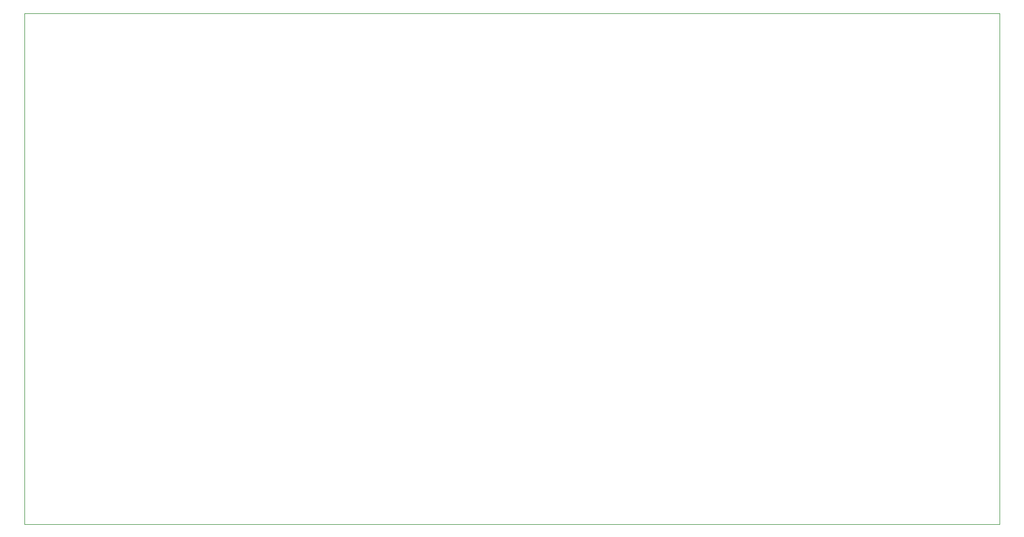
<source format=gbr>
%TF.GenerationSoftware,KiCad,Pcbnew,(6.0.5)*%
%TF.CreationDate,2022-06-05T14:52:11-04:00*%
%TF.ProjectId,PB_16,50425f31-362e-46b6-9963-61645f706362,v2*%
%TF.SameCoordinates,Original*%
%TF.FileFunction,Profile,NP*%
%FSLAX46Y46*%
G04 Gerber Fmt 4.6, Leading zero omitted, Abs format (unit mm)*
G04 Created by KiCad (PCBNEW (6.0.5)) date 2022-06-05 14:52:11*
%MOMM*%
%LPD*%
G01*
G04 APERTURE LIST*
%TA.AperFunction,Profile*%
%ADD10C,0.050000*%
%TD*%
G04 APERTURE END LIST*
D10*
X218801000Y-153617800D02*
X218801000Y-75717800D01*
X70201000Y-75717800D02*
X70201000Y-153617800D01*
X218801000Y-75717800D02*
X70201000Y-75717800D01*
X218801000Y-153617800D02*
X70201000Y-153617800D01*
M02*

</source>
